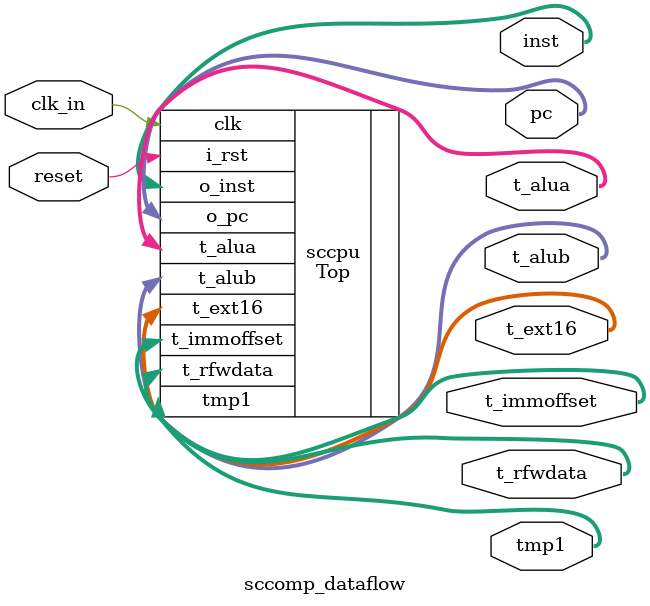
<source format=v>
`timescale 1ns / 1ps


module sccomp_dataflow(
    input clk_in,
    input reset,
    output [31:0] inst,
    output [31:0] pc,
    output [31:0] tmp1,
    output [31:0] t_alua,
    output [31:0] t_alub,
    output [31:0] t_ext16,
    output [15:0] t_immoffset,
    output [31:0] t_rfwdata
    );

    Top sccpu(
        .clk(clk_in),
        .i_rst(reset),
        .o_inst(inst),
        .o_pc(pc),
        .tmp1(tmp1),
        .t_alua(t_alua),
        .t_alub(t_alub),
        .t_ext16(t_ext16),
        .t_immoffset(t_immoffset),
        .t_rfwdata(t_rfwdata)
    );

endmodule

</source>
